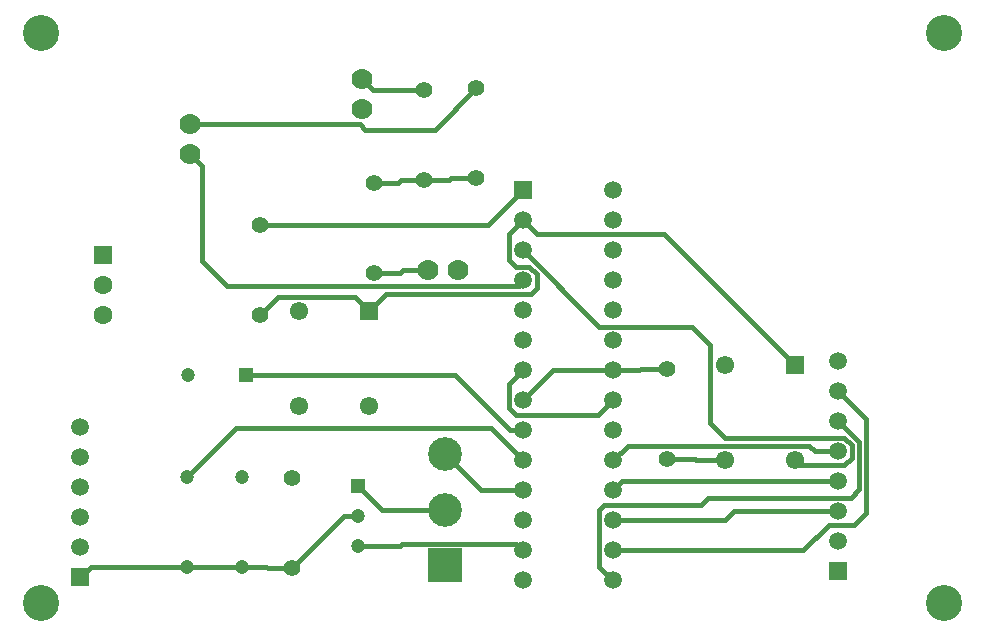
<source format=gbl>
G04*
G04 #@! TF.GenerationSoftware,Altium Limited,Altium Designer,21.6.4 (81)*
G04*
G04 Layer_Physical_Order=2*
G04 Layer_Color=16711680*
%FSLAX25Y25*%
%MOIN*%
G70*
G04*
G04 #@! TF.SameCoordinates,001FDD04-7A3F-48FA-9A57-AA4991743B26*
G04*
G04*
G04 #@! TF.FilePolarity,Positive*
G04*
G01*
G75*
%ADD20C,0.06102*%
%ADD21R,0.06102X0.06102*%
%ADD24C,0.11237*%
%ADD25R,0.11237X0.11237*%
%ADD30C,0.01500*%
%ADD31C,0.05906*%
%ADD32R,0.05906X0.05906*%
%ADD33C,0.06299*%
%ADD34R,0.06299X0.06299*%
%ADD35R,0.05906X0.05906*%
%ADD36C,0.05512*%
%ADD37C,0.07000*%
%ADD38R,0.04724X0.04724*%
%ADD39C,0.04724*%
%ADD40R,0.04724X0.04724*%
%ADD41C,0.12000*%
D20*
X235189Y56752D02*
D03*
Y88248D02*
D03*
X258811Y56752D02*
D03*
X93189Y74752D02*
D03*
Y106248D02*
D03*
X116811Y74752D02*
D03*
D21*
X258811Y88248D02*
D03*
X116811Y106248D02*
D03*
D24*
X142000Y58500D02*
D03*
Y40000D02*
D03*
D25*
Y21500D02*
D03*
D30*
X166800Y114500D02*
Y116500D01*
X258811Y54900D02*
X275100D01*
X24000Y21000D02*
X56000D01*
X20500Y17500D02*
X24000Y21000D01*
X178000Y86500D02*
X198000D01*
X168000Y76500D02*
X178000Y86500D01*
X75606Y85000D02*
X145200D01*
X163700Y66500D01*
X168000D01*
X56000Y51000D02*
X72300Y67300D01*
X157200D01*
X168000Y56500D01*
X118000Y180000D02*
X135000D01*
X114500Y183500D02*
X118000Y180000D01*
X113000Y28000D02*
X127100D01*
X127800Y28700D01*
X165800D01*
X168000Y26500D01*
X142000Y58500D02*
X154000Y46500D01*
X168000D01*
X273000Y69500D02*
X279900Y62600D01*
Y46800D02*
Y62600D01*
X277200Y44100D02*
X279900Y46800D01*
X229800Y44100D02*
X277200D01*
X227200Y41500D02*
X229800Y44100D01*
X195100Y41500D02*
X227200D01*
X193400Y39800D02*
X195100Y41500D01*
X193400Y21100D02*
Y39800D01*
Y21100D02*
X198000Y16500D01*
X238500Y39500D02*
X273000D01*
X235500Y36500D02*
X238500Y39500D01*
X198000Y36500D02*
X235500D01*
X201000Y49500D02*
X273000D01*
X198000Y46500D02*
X201000Y49500D01*
X215159Y131900D02*
X258811Y88248D01*
X172600Y131900D02*
X215159D01*
X168000Y136500D02*
X172600Y131900D01*
X112159Y110900D02*
X116811Y106248D01*
X86400Y110900D02*
X112159D01*
X80500Y105000D02*
X86400Y110900D01*
X121000Y40000D02*
X142000D01*
X113000Y48000D02*
X121000Y40000D01*
X258811Y54900D02*
Y56752D01*
X275100Y54900D02*
X277600Y57400D01*
Y61600D01*
X275100Y64100D02*
X277600Y61600D01*
X235400Y64100D02*
X275100D01*
X230500Y69000D02*
X235400Y64100D01*
X230500Y69000D02*
Y95000D01*
X224400Y101100D02*
X230500Y95000D01*
X193400Y101100D02*
X224400D01*
X168000Y126500D02*
X193400Y101100D01*
X163400Y131900D02*
X168000Y136500D01*
X163400Y123400D02*
Y131900D01*
Y123400D02*
X165700Y121100D01*
X170100D01*
X172600Y118600D01*
Y113800D02*
Y118600D01*
X170700Y111900D02*
X172600Y113800D01*
X122463Y111900D02*
X170700D01*
X116811Y106248D02*
X122463Y111900D01*
X273000Y79500D02*
X282200Y70300D01*
Y38800D02*
Y70300D01*
X278300Y34900D02*
X282200Y38800D01*
X269900Y34900D02*
X278300D01*
X261500Y26500D02*
X269900Y34900D01*
X198000Y26500D02*
X261500D01*
X163400Y81900D02*
X168000Y86500D01*
X163400Y73800D02*
Y81900D01*
Y73800D02*
X165700Y71500D01*
X193000D01*
X198000Y76500D01*
X108500Y38000D02*
X113000D01*
X91000Y20500D02*
X108500Y38000D01*
X166800Y116500D02*
X168000D01*
X69300Y114500D02*
X166800D01*
X60900Y122900D02*
X69300Y114500D01*
X60900Y122900D02*
Y154600D01*
X57000Y158500D02*
X60900Y154600D01*
X80500Y135000D02*
X156500D01*
X168000Y146500D01*
X138700Y166700D02*
X152500Y180500D01*
X115500Y166700D02*
X138700D01*
X113700Y168500D02*
X115500Y166700D01*
X57000Y168500D02*
X113700D01*
X265300Y59500D02*
X273000D01*
X263400Y61400D02*
X265300Y59500D01*
X202900Y61400D02*
X263400D01*
X198000Y56500D02*
X202900Y61400D01*
X56000Y21000D02*
X74500D01*
X83000Y20500D02*
X91000D01*
X82500Y21000D02*
X83000Y20500D01*
X74500Y21000D02*
X82500D01*
X144000Y150500D02*
X152500D01*
X143500Y150000D02*
X144000Y150500D01*
X135000Y150000D02*
X143500D01*
X127200D02*
X135000D01*
X126200Y149000D02*
X127200Y150000D01*
X118500Y149000D02*
X126200D01*
X207200Y87000D02*
X216000D01*
X206700Y86500D02*
X207200Y87000D01*
X198000Y86500D02*
X206700D01*
X128000Y120000D02*
X136500D01*
X127000Y119000D02*
X128000Y120000D01*
X118500Y119000D02*
X127000D01*
X225648Y56752D02*
X235189D01*
X225400Y57000D02*
X225648Y56752D01*
X216000Y57000D02*
X225400D01*
D31*
X273000Y89500D02*
D03*
Y79500D02*
D03*
Y69500D02*
D03*
Y59500D02*
D03*
Y49500D02*
D03*
Y39500D02*
D03*
Y29500D02*
D03*
X20500Y67500D02*
D03*
Y57500D02*
D03*
Y47500D02*
D03*
Y37500D02*
D03*
Y27500D02*
D03*
X198000Y16500D02*
D03*
Y26500D02*
D03*
Y36500D02*
D03*
Y46500D02*
D03*
Y56500D02*
D03*
Y66500D02*
D03*
Y76500D02*
D03*
Y86500D02*
D03*
Y96500D02*
D03*
Y106500D02*
D03*
Y116500D02*
D03*
Y126500D02*
D03*
Y136500D02*
D03*
Y146500D02*
D03*
X168000Y16500D02*
D03*
Y26500D02*
D03*
Y36500D02*
D03*
Y46500D02*
D03*
Y56500D02*
D03*
Y66500D02*
D03*
Y76500D02*
D03*
Y86500D02*
D03*
Y96500D02*
D03*
Y106500D02*
D03*
Y116500D02*
D03*
Y126500D02*
D03*
Y136500D02*
D03*
D32*
X273000Y19500D02*
D03*
X20500Y17500D02*
D03*
D33*
X28000Y105000D02*
D03*
Y115000D02*
D03*
D34*
Y125000D02*
D03*
D35*
X168000Y146500D02*
D03*
D36*
X216000Y87000D02*
D03*
Y57000D02*
D03*
X80500Y105000D02*
D03*
Y135000D02*
D03*
X152500Y150500D02*
D03*
Y180500D02*
D03*
X135000Y150000D02*
D03*
Y180000D02*
D03*
X118500Y149000D02*
D03*
Y119000D02*
D03*
X91000Y20500D02*
D03*
Y50500D02*
D03*
D37*
X57000Y158500D02*
D03*
Y168500D02*
D03*
X114500Y173500D02*
D03*
Y183500D02*
D03*
X146500Y120000D02*
D03*
X136500D02*
D03*
D38*
X113000Y48000D02*
D03*
D39*
Y38000D02*
D03*
Y28000D02*
D03*
X74500Y21000D02*
D03*
Y51000D02*
D03*
X56394Y85000D02*
D03*
X56000Y51000D02*
D03*
Y21000D02*
D03*
D40*
X75606Y85000D02*
D03*
D41*
X308500Y9000D02*
D03*
Y199000D02*
D03*
X7500Y9000D02*
D03*
Y199000D02*
D03*
M02*

</source>
